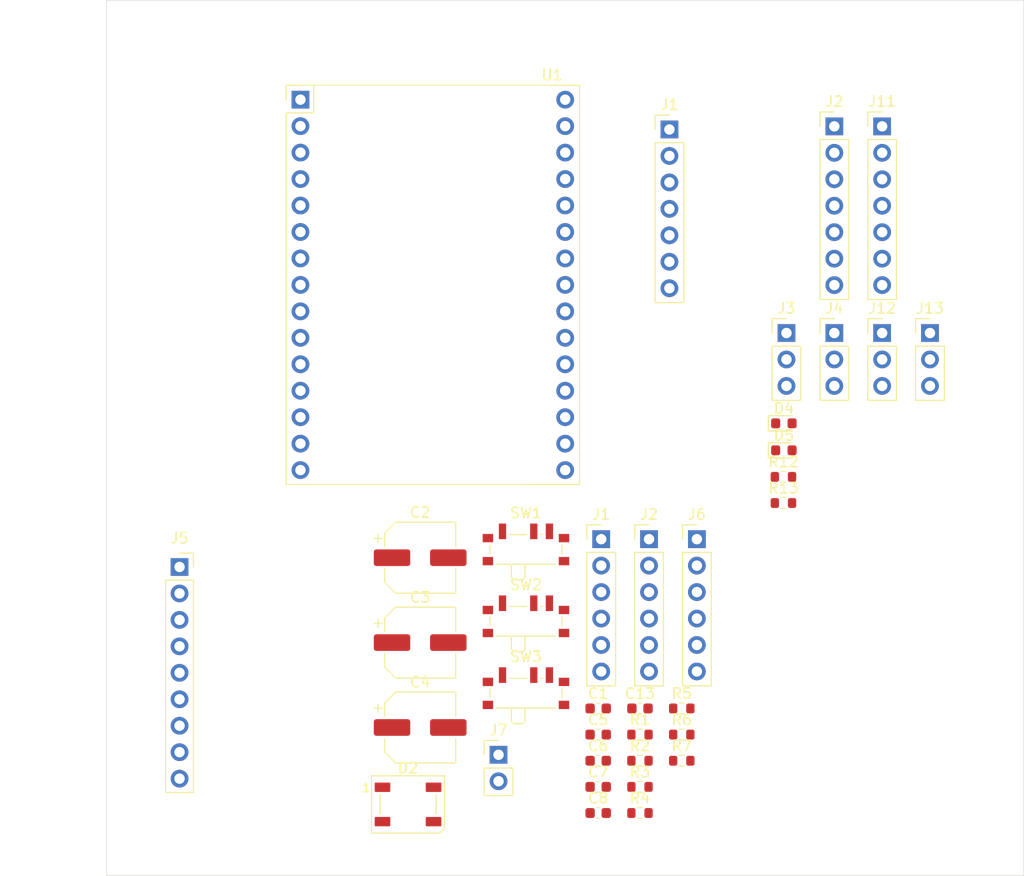
<source format=kicad_pcb>
(kicad_pcb (version 20241229) (generator "pcbnew") (generator_version "9.0")
  (layers (0 "F.Cu" signal) (2 "B.Cu" signal) (13 "F.Paste" user) (15 "B.Paste" user) (5 "F.SilkS" user "F.Silkscreen") (7 "B.SilkS" user "B.Silkscreen") (1 "F.Mask" user) (3 "B.Mask" user) (25 "Edge.Cuts" user))
  (net 0 "")
  (net 1 "GND")
  (net 2 "Net-(D4-A)")
  (net 3 "Net-(D5-A)")
  (net 4 "/SDA")
  (net 6 "/SCL")
  (net 7 "/3V3")
  (net 13 "/D18")
  (net 14 "/6V")
  (net 15 "/D19")
  (net 16 "/RX_ESP32")
  (net 17 "/DIN1")
  (net 18 "/TX_ESP32")
  (net 19 "/CIN1")
  (net 20 "/DIN2")
  (net 21 "/CIN2")
  (net 25 "/LED_IHM_1")
  (net 26 "/LED_IHM_2")
  (net 28 "Net-(D2-DIN)")
  (net 30 "/SERVO_1")
  (net 31 "/LPN2")
  (net 32 "/SERVO_3")
  (net 35 "/LPN3")
  (net 40 "/SERVO_2")
  (net 44 "/LPN1")
  (net 45 "/Tirette")
  (net 46 "/LED_IHM")
  (net 47 "/Switch_debug")
  (net 48 "/Switch_terrain")
  (net 49 "/Switch_mode")
  (footprint "Capacitor_SMD:CP_Elec_6.3x5.8" (layer "F.Cu") (at 109.085 106.49)
    (property "Reference" "C2" (at 0 -4.35 0) (layer "F.SilkS"))
    (property "Value" "100u")
    (fp_line (start -4.4375 -1.8475) (end -3.65 -1.8475) (stroke (width 0.12)) (layer "F.SilkS"))
    (fp_line (start -4.04375 -2.24125) (end -4.04375 -1.45375) (stroke (width 0.12)) (layer "F.SilkS"))
    (fp_line (start -3.41 -2.345563) (end -3.41 -1.06) (stroke (width 0.12)) (layer "F.SilkS"))
    (fp_line (start -3.41 -2.345563) (end -2.345563 -3.41) (stroke (width 0.12)) (layer "F.SilkS"))
    (fp_line (start -3.41 2.345563) (end -3.41 1.06) (stroke (width 0.12)) (layer "F.SilkS"))
    (fp_line (start -3.41 2.345563) (end -2.345563 3.41) (stroke (width 0.12)) (layer "F.SilkS"))
    (fp_line (start -2.345563 -3.41) (end 3.41 -3.41) (stroke (width 0.12)) (layer "F.SilkS"))
    (fp_line (start -2.345563 3.41) (end 3.41 3.41) (stroke (width 0.12)) (layer "F.SilkS"))
    (fp_line (start 3.41 -3.41) (end 3.41 -1.06) (stroke (width 0.12)) (layer "F.SilkS"))
    (fp_line (start 3.41 3.41) (end 3.41 1.06) (stroke (width 0.12)) (layer "F.SilkS"))
    (pad "1" smd roundrect (at -2.7 0) (size 3.5 1.6) (layers "F.Cu" "F.Mask" "F.Paste") (roundrect_rratio 0.15625) (net 14 "/6V"))
    (pad "2" smd roundrect (at 2.7 0) (size 3.5 1.6) (layers "F.Cu" "F.Mask" "F.Paste") (roundrect_rratio 0.15625) (net 1 "GND"))
  )
  (footprint "Capacitor_SMD:C_0603_1608Metric" (layer "F.Cu") (at 126.165 120.96)
    (property "Reference" "C1" (at 0 -1.43 0) (layer "F.SilkS"))
    (property "Value" "100n")
    (fp_line (start -0.14058 -0.51) (end 0.14058 -0.51) (stroke (width 0.12)) (layer "F.SilkS"))
    (fp_line (start -0.14058 0.51) (end 0.14058 0.51) (stroke (width 0.12)) (layer "F.SilkS"))
    (pad "1" smd roundrect (at -0.775 0) (size 0.9 0.95) (layers "F.Cu" "F.Mask" "F.Paste") (net 1 "GND"))
    (pad "2" smd roundrect (at 0.775 0) (size 0.9 0.95) (layers "F.Cu" "F.Mask" "F.Paste") (net 7 "/3V3"))
  )
  (footprint "Connector_PinHeader_2.54mm:PinHeader_1x07_P2.54mm_Vertical" (layer "F.Cu") (at 153.41 65.08)
    (property "Reference" "J11" (at 0 -2.38 0) (layer "F.SilkS"))
    (property "Value" "Capteur Matricielle")
    (fp_line (start -1.38 -1.38) (end 0 -1.38) (stroke (width 0.12)) (layer "F.SilkS"))
    (fp_line (start -1.38 0) (end -1.38 -1.38) (stroke (width 0.12)) (layer "F.SilkS"))
    (fp_line (start -1.38 1.27) (end -1.38 16.62) (stroke (width 0.12)) (layer "F.SilkS"))
    (fp_line (start -1.38 1.27) (end 1.38 1.27) (stroke (width 0.12)) (layer "F.SilkS"))
    (fp_line (start -1.38 16.62) (end 1.38 16.62) (stroke (width 0.12)) (layer "F.SilkS"))
    (fp_line (start 1.38 1.27) (end 1.38 16.62) (stroke (width 0.12)) (layer "F.SilkS"))
    (pad "1" thru_hole rect (at 0 0) (size 1.7 1.7) (drill 1) (layers "*.Cu" "*.Mask") (net 4 "/SDA"))
    (pad "2" thru_hole circle (at 0 2.54) (size 1.7 1.7) (drill 1) (layers "*.Cu" "*.Mask") (net 6 "/SCL"))
    (pad "3" thru_hole circle (at 0 5.08) (size 1.7 1.7) (drill 1) (layers "*.Cu" "*.Mask"))
    (pad "4" thru_hole circle (at 0 7.62) (size 1.7 1.7) (drill 1) (layers "*.Cu" "*.Mask"))
    (pad "5" thru_hole circle (at 0 10.16) (size 1.7 1.7) (drill 1) (layers "*.Cu" "*.Mask") (net 7 "/3V3"))
    (pad "6" thru_hole circle (at 0 12.7) (size 1.7 1.7) (drill 1) (layers "*.Cu" "*.Mask"))
    (pad "7" thru_hole circle (at 0 15.24) (size 1.7 1.7) (drill 1) (layers "*.Cu" "*.Mask") (net 1 "GND"))
  )
  (footprint "Connector_PinHeader_2.54mm:PinHeader_1x03_P2.54mm_Vertical" (layer "F.Cu") (at 144.23 84.92)
    (property "Reference" "J3" (at 0 -2.38 0) (layer "F.SilkS"))
    (property "Value" "SERVO m2")
    (fp_line (start -1.38 -1.38) (end 0 -1.38) (stroke (width 0.12)) (layer "F.SilkS"))
    (fp_line (start -1.38 0) (end -1.38 -1.38) (stroke (width 0.12)) (layer "F.SilkS"))
    (fp_line (start -1.38 1.27) (end -1.38 6.46) (stroke (width 0.12)) (layer "F.SilkS"))
    (fp_line (start -1.38 1.27) (end 1.38 1.27) (stroke (width 0.12)) (layer "F.SilkS"))
    (fp_line (start -1.38 6.46) (end 1.38 6.46) (stroke (width 0.12)) (layer "F.SilkS"))
    (fp_line (start 1.38 1.27) (end 1.38 6.46) (stroke (width 0.12)) (layer "F.SilkS"))
    (pad "1" thru_hole rect (at 0 0) (size 1.7 1.7) (drill 1) (layers "*.Cu" "*.Mask") (net 13 "/D18"))
    (pad "2" thru_hole circle (at 0 2.54) (size 1.7 1.7) (drill 1) (layers "*.Cu" "*.Mask") (net 14 "/6V"))
    (pad "3" thru_hole circle (at 0 5.08) (size 1.7 1.7) (drill 1) (layers "*.Cu" "*.Mask") (net 1 "GND"))
  )
  (footprint "LED_SMD:LED_WS2812B_PLCC4_5.0x5.0mm_P3.2mm" (layer "F.Cu") (at 107.92 130.175)
    (property "Reference" "D2" (at 0 -3.5 0) (layer "F.SilkS"))
    (property "Value" "WS2812B")
    (fp_line (start -3.5 -2.75) (end -3.5 2.75) (stroke (width 0.12)) (layer "F.SilkS"))
    (fp_line (start -3.5 -2.75) (end 3.5 -2.75) (stroke (width 0.12)) (layer "F.SilkS"))
    (fp_line (start -3.5 2.75) (end 3.05 2.75) (stroke (width 0.12)) (layer "F.SilkS"))
    (fp_line (start -2.7 0.9) (end -2.7 -0.9) (stroke (width 0.12)) (layer "F.SilkS"))
    (fp_line (start 2.7 0.9) (end 2.7 -0.9) (stroke (width 0.12)) (layer "F.SilkS"))
    (fp_line (start 3.05 2.75) (end 3.5 2.3) (stroke (width 0.12)) (layer "F.SilkS"))
    (fp_line (start 3.5 2.3) (end 3.5 -2.75) (stroke (width 0.12)) (layer "F.SilkS"))
    (fp_text user "1" (at -4 -1.6 0) (layer "F.SilkS") (effects (font (size 0.8 0.8))))
    (pad "1" smd roundrect (at -2.45 -1.65) (size 1.5 0.9) (layers "F.Cu" "F.Mask" "F.Paste") (roundrect_rratio 0.1) (net 7 "/3V3"))
    (pad "2" smd roundrect (at -2.45 1.65) (size 1.5 0.9) (layers "F.Cu" "F.Mask" "F.Paste") (roundrect_rratio 0.1))
    (pad "3" smd roundrect (at 2.45 1.65) (size 1.5 0.9) (layers "F.Cu" "F.Mask" "F.Paste") (roundrect_rratio 0.1) (net 1 "GND"))
    (pad "4" smd roundrect (at 2.45 -1.65) (size 1.5 0.9) (layers "F.Cu" "F.Mask" "F.Paste") (roundrect_rratio 0.1) (net 28 "Net-(D2-DIN)"))
  )
  (footprint "Button_Switch_SMD:SW_SPDT_PCM12" (layer "F.Cu") (at 119.235 105.39)
    (property "Reference" "SW1" (at 0 -3.2 0) (layer "F.SilkS"))
    (property "Value" "SW_SPDT")
    (fp_line (start -3.45 -0.07) (end -3.45 0.72) (stroke (width 0.12)) (layer "F.SilkS"))
    (fp_line (start -2.85 1.73) (end 2.85 1.73) (stroke (width 0.12)) (layer "F.SilkS"))
    (fp_line (start -1.6 -1.12) (end 0.1 -1.12) (stroke (width 0.12)) (layer "F.SilkS"))
    (fp_line (start -1.4 1.73) (end -1.4 3.02) (stroke (width 0.12)) (layer "F.SilkS"))
    (fp_line (start -1.4 3.02) (end -1.2 3.23) (stroke (width 0.12)) (layer "F.SilkS"))
    (fp_line (start -1.2 3.23) (end -0.3 3.23) (stroke (width 0.12)) (layer "F.SilkS"))
    (fp_line (start -0.1 3.02) (end -0.3 3.23) (stroke (width 0.12)) (layer "F.SilkS"))
    (fp_line (start -0.1 3.02) (end -0.1 1.73) (stroke (width 0.12)) (layer "F.SilkS"))
    (fp_line (start 1.4 -1.12) (end 1.6 -1.12) (stroke (width 0.12)) (layer "F.SilkS"))
    (fp_line (start 3.45 0.72) (end 3.45 -0.07) (stroke (width 0.12)) (layer "F.SilkS"))
    (pad "" smd rect (at -3.65 -0.78) (size 1 0.8) (layers "F.Cu" "F.Mask" "F.Paste"))
    (pad "" smd rect (at -3.65 1.43) (size 1 0.8) (layers "F.Cu" "F.Mask" "F.Paste"))
    (pad "" np_thru_hole circle (at -1.5 0.33) (size 0.9 0.9) (drill 0.9) (layers "*.Cu" "*.Mask"))
    (pad "" np_thru_hole circle (at 1.5 0.33) (size 0.9 0.9) (drill 0.9) (layers "*.Cu" "*.Mask"))
    (pad "" smd rect (at 3.65 -0.78) (size 1 0.8) (layers "F.Cu" "F.Mask" "F.Paste"))
    (pad "" smd rect (at 3.65 1.43) (size 1 0.8) (layers "F.Cu" "F.Mask" "F.Paste"))
    (pad "1" smd rect (at -2.25 -1.43) (size 0.7 1.5) (layers "F.Cu" "F.Mask" "F.Paste"))
    (pad "2" smd rect (at 0.75 -1.43) (size 0.7 1.5) (layers "F.Cu" "F.Mask" "F.Paste") (net 47 "/Switch_debug"))
    (pad "3" smd rect (at 2.25 -1.43) (size 0.7 1.5) (layers "F.Cu" "F.Mask" "F.Paste") (net 1 "GND"))
  )
  (footprint "Resistor_SMD:R_0603_1608Metric" (layer "F.Cu") (at 130.175 131)
    (property "Reference" "R4" (at 0 -1.43 0) (layer "F.SilkS"))
    (property "Value" "10k")
    (fp_line (start -0.237258 -0.5225) (end 0.237258 -0.5225) (stroke (width 0.12)) (layer "F.SilkS"))
    (fp_line (start -0.237258 0.5225) (end 0.237258 0.5225) (stroke (width 0.12)) (layer "F.SilkS"))
    (pad "1" smd roundrect (at -0.825 0) (size 0.8 0.95) (layers "F.Cu" "F.Mask" "F.Paste") (net 7 "/3V3"))
    (pad "2" smd roundrect (at 0.825 0) (size 0.8 0.95) (layers "F.Cu" "F.Mask" "F.Paste") (net 47 "/Switch_debug"))
  )
  (footprint "Library:PinHeader_2x15_P2.54mm_Vertical_esp32" (layer "F.Cu") (at 97.6 62.52)
    (property "Reference" "U1" (at 24.13 -2.38 0) (layer "F.SilkS"))
    (property "Value" "ESP32")
    (fp_line (start -1.38 -1.38) (end 0 -1.38) (stroke (width 0.12)) (layer "F.SilkS"))
    (fp_line (start -1.38 0) (end -1.38 -1.38) (stroke (width 0.12)) (layer "F.SilkS"))
    (fp_line (start -1.38 1.27) (end -1.38 36.94) (stroke (width 0.12)) (layer "F.SilkS"))
    (fp_line (start -1.38 1.27) (end 1.27 1.27) (stroke (width 0.12)) (layer "F.SilkS"))
    (fp_line (start 1.27 -1.38) (end 0 -1.38) (stroke (width 0.1)) (layer "F.SilkS"))
    (fp_line (start 1.27 1.27) (end 1.27 -1.38) (stroke (width 0.12)) (layer "F.SilkS"))
    (fp_line (start 21.48 36.94) (end -1.38 36.94) (stroke (width 0.1)) (layer "F.SilkS"))
    (fp_line (start 21.48 36.94) (end 26.78 36.94) (stroke (width 0.12)) (layer "F.SilkS"))
    (fp_line (start 24.13 -1.38) (end 1.27 -1.38) (stroke (width 0.1)) (layer "F.SilkS"))
    (fp_line (start 24.13 -1.38) (end 26.78 -1.38) (stroke (width 0.12)) (layer "F.SilkS"))
    (fp_line (start 26.78 -1.38) (end 26.78 36.94) (stroke (width 0.12)) (layer "F.SilkS"))
    (pad "1" thru_hole rect (at 0 0) (size 1.7 1.7) (drill 1) (layers "*.Cu" "*.Mask"))
    (pad "2" thru_hole circle (at 25.4 0) (size 1.7 1.7) (drill 1) (layers "*.Cu" "*.Mask") (net 1 "GND"))
    (pad "3" thru_hole circle (at 0 2.54) (size 1.7 1.7) (drill 1) (layers "*.Cu" "*.Mask"))
    (pad "4" thru_hole circle (at 25.4 2.54) (size 1.7 1.7) (drill 1) (layers "*.Cu" "*.Mask"))
    (pad "5" thru_hole circle (at 0 5.08) (size 1.7 1.7) (drill 1) (layers "*.Cu" "*.Mask") (net 46 "/LED_IHM"))
    (pad "6" thru_hole circle (at 25.4 5.08) (size 1.7 1.7) (drill 1) (layers "*.Cu" "*.Mask") (net 32 "/SERVO_3"))
    (pad "7" thru_hole circle (at 0 7.62) (size 1.7 1.7) (drill 1) (layers "*.Cu" "*.Mask") (net 20 "/DIN2"))
    (pad "8" thru_hole circle (at 25.4 7.62) (size 1.7 1.7) (drill 1) (layers "*.Cu" "*.Mask") (net 17 "/DIN1"))
    (pad "9" thru_hole circle (at 0 10.16) (size 1.7 1.7) (drill 1) (layers "*.Cu" "*.Mask") (net 21 "/CIN2"))
    (pad "10" thru_hole circle (at 25.4 10.16) (size 1.7 1.7) (drill 1) (layers "*.Cu" "*.Mask") (net 19 "/CIN1"))
    (pad "11" thru_hole circle (at 0 12.7) (size 1.7 1.7) (drill 1) (layers "*.Cu" "*.Mask") (net 48 "/Switch_terrain"))
    (pad "12" thru_hole circle (at 25.4 12.7) (size 1.7 1.7) (drill 1) (layers "*.Cu" "*.Mask") (net 49 "/Switch_mode"))
    (pad "13" thru_hole circle (at 0 15.24) (size 1.7 1.7) (drill 1) (layers "*.Cu" "*.Mask") (net 45 "/Tirette"))
    (pad "14" thru_hole circle (at 25.4 15.24) (size 1.7 1.7) (drill 1) (layers "*.Cu" "*.Mask") (net 47 "/Switch_debug"))
    (pad "15" thru_hole circle (at 0 17.78) (size 1.7 1.7) (drill 1) (layers "*.Cu" "*.Mask"))
    (pad "16" thru_hole circle (at 25.4 17.78) (size 1.7 1.7) (drill 1) (layers "*.Cu" "*.Mask") (net 7 "/3V3"))
    (pad "17" thru_hole circle (at 0 20.32) (size 1.7 1.7) (drill 1) (layers "*.Cu" "*.Mask") (net 1 "GND"))
    (pad "18" thru_hole circle (at 25.4 20.32) (size 1.7 1.7) (drill 1) (layers "*.Cu" "*.Mask") (net 40 "/SERVO_2"))
    (pad "19" thru_hole circle (at 0 22.86) (size 1.7 1.7) (drill 1) (layers "*.Cu" "*.Mask"))
    (pad "20" thru_hole circle (at 25.4 22.86) (size 1.7 1.7) (drill 1) (layers "*.Cu" "*.Mask") (net 31 "/LPN2"))
    (pad "21" thru_hole circle (at 0 25.4) (size 1.7 1.7) (drill 1) (layers "*.Cu" "*.Mask") (net 16 "/RX_ESP32"))
    (pad "22" thru_hole circle (at 25.4 25.4) (size 1.7 1.7) (drill 1) (layers "*.Cu" "*.Mask") (net 18 "/TX_ESP32"))
    (pad "23" thru_hole circle (at 0 27.94) (size 1.7 1.7) (drill 1) (layers "*.Cu" "*.Mask"))
    (pad "24" thru_hole circle (at 25.4 27.94) (size 1.7 1.7) (drill 1) (layers "*.Cu" "*.Mask") (net 35 "/LPN3"))
    (pad "25" thru_hole circle (at 0 30.48) (size 1.7 1.7) (drill 1) (layers "*.Cu" "*.Mask") (net 30 "/SERVO_1"))
    (pad "26" thru_hole circle (at 25.4 30.48) (size 1.7 1.7) (drill 1) (layers "*.Cu" "*.Mask") (net 4 "/SDA"))
    (pad "27" thru_hole circle (at 0 33.02) (size 1.7 1.7) (drill 1) (layers "*.Cu" "*.Mask"))
    (pad "28" thru_hole circle (at 25.4 33.02) (size 1.7 1.7) (drill 1) (layers "*.Cu" "*.Mask"))
    (pad "29" thru_hole circle (at 0 35.56) (size 1.7 1.7) (drill 1) (layers "*.Cu" "*.Mask") (net 6 "/SCL"))
    (pad "30" thru_hole circle (at 25.4 35.56) (size 1.7 1.7) (drill 1) (layers "*.Cu" "*.Mask") (net 44 "/LPN1"))
  )
  (footprint "Connector_PinHeader_2.54mm:PinHeader_1x06_P2.54mm_Vertical" (layer "F.Cu") (at 126.455 104.71)
    (property "Reference" "J1" (at 0 -2.38 0) (layer "F.SilkS"))
    (property "Value" "TOF 2")
    (fp_line (start -1.38 -1.38) (end 0 -1.38) (stroke (width 0.12)) (layer "F.SilkS"))
    (fp_line (start -1.38 0) (end -1.38 -1.38) (stroke (width 0.12)) (layer "F.SilkS"))
    (fp_line (start -1.38 1.27) (end -1.38 14.08) (stroke (width 0.12)) (layer "F.SilkS"))
    (fp_line (start -1.38 1.27) (end 1.38 1.27) (stroke (width 0.12)) (layer "F.SilkS"))
    (fp_line (start -1.38 14.08) (end 1.38 14.08) (stroke (width 0.12)) (layer "F.SilkS"))
    (fp_line (start 1.38 1.27) (end 1.38 14.08) (stroke (width 0.12)) (layer "F.SilkS"))
    (pad "1" thru_hole rect (at 0 0) (size 1.7 1.7) (drill 1) (layers "*.Cu" "*.Mask") (net 7 "/3V3"))
    (pad "2" thru_hole circle (at 0 2.54) (size 1.7 1.7) (drill 1) (layers "*.Cu" "*.Mask") (net 1 "GND"))
    (pad "3" thru_hole circle (at 0 5.08) (size 1.7 1.7) (drill 1) (layers "*.Cu" "*.Mask") (net 6 "/SCL"))
    (pad "4" thru_hole circle (at 0 7.62) (size 1.7 1.7) (drill 1) (layers "*.Cu" "*.Mask") (net 4 "/SDA"))
    (pad "5" thru_hole circle (at 0 10.16) (size 1.7 1.7) (drill 1) (layers "*.Cu" "*.Mask"))
    (pad "6" thru_hole circle (at 0 12.7) (size 1.7 1.7) (drill 1) (layers "*.Cu" "*.Mask") (net 31 "/LPN2"))
  )
  (footprint "Resistor_SMD:R_0603_1608Metric" (layer "F.Cu") (at 130.175 123.47)
    (property "Reference" "R1" (at 0 -1.43 0) (layer "F.SilkS"))
    (property "Value" "2.2k")
    (fp_line (start -0.237258 -0.5225) (end 0.237258 -0.5225) (stroke (width 0.12)) (layer "F.SilkS"))
    (fp_line (start -0.237258 0.5225) (end 0.237258 0.5225) (stroke (width 0.12)) (layer "F.SilkS"))
    (pad "1" smd roundrect (at -0.825 0) (size 0.8 0.95) (layers "F.Cu" "F.Mask" "F.Paste") (net 7 "/3V3"))
    (pad "2" smd roundrect (at 0.825 0) (size 0.8 0.95) (layers "F.Cu" "F.Mask" "F.Paste") (net 6 "/SCL"))
  )
  (footprint "Capacitor_SMD:C_0603_1608Metric" (layer "F.Cu") (at 130.175 120.96)
    (property "Reference" "C13" (at 0 -1.43 0) (layer "F.SilkS"))
    (property "Value" "100n")
    (fp_line (start -0.14058 -0.51) (end 0.14058 -0.51) (stroke (width 0.12)) (layer "F.SilkS"))
    (fp_line (start -0.14058 0.51) (end 0.14058 0.51) (stroke (width 0.12)) (layer "F.SilkS"))
    (pad "1" smd roundrect (at -0.775 0) (size 0.9 0.95) (layers "F.Cu" "F.Mask" "F.Paste") (net 7 "/3V3"))
    (pad "2" smd roundrect (at 0.775 0) (size 0.9 0.95) (layers "F.Cu" "F.Mask" "F.Paste") (net 1 "GND"))
  )
  (footprint "Connector_PinHeader_2.54mm:PinHeader_1x03_P2.54mm_Vertical" (layer "F.Cu") (at 148.82 84.92)
    (property "Reference" "J4" (at 0 -2.38 0) (layer "F.SilkS"))
    (property "Value" "SERVO m1")
    (fp_line (start -1.38 -1.38) (end 0 -1.38) (stroke (width 0.12)) (layer "F.SilkS"))
    (fp_line (start -1.38 0) (end -1.38 -1.38) (stroke (width 0.12)) (layer "F.SilkS"))
    (fp_line (start -1.38 1.27) (end -1.38 6.46) (stroke (width 0.12)) (layer "F.SilkS"))
    (fp_line (start -1.38 1.27) (end 1.38 1.27) (stroke (width 0.12)) (layer "F.SilkS"))
    (fp_line (start -1.38 6.46) (end 1.38 6.46) (stroke (width 0.12)) (layer "F.SilkS"))
    (fp_line (start 1.38 1.27) (end 1.38 6.46) (stroke (width 0.12)) (layer "F.SilkS"))
    (pad "1" thru_hole rect (at 0 0) (size 1.7 1.7) (drill 1) (layers "*.Cu" "*.Mask") (net 15 "/D19"))
    (pad "2" thru_hole circle (at 0 2.54) (size 1.7 1.7) (drill 1) (layers "*.Cu" "*.Mask") (net 14 "/6V"))
    (pad "3" thru_hole circle (at 0 5.08) (size 1.7 1.7) (drill 1) (layers "*.Cu" "*.Mask") (net 1 "GND"))
  )
  (footprint "Connector_PinHeader_2.54mm:PinHeader_1x06_P2.54mm_Vertical" (layer "F.Cu") (at 135.635 104.71)
    (property "Reference" "J6" (at 0 -2.38 0) (layer "F.SilkS"))
    (property "Value" "TOF 1")
    (fp_line (start -1.38 -1.38) (end 0 -1.38) (stroke (width 0.12)) (layer "F.SilkS"))
    (fp_line (start -1.38 0) (end -1.38 -1.38) (stroke (width 0.12)) (layer "F.SilkS"))
    (fp_line (start -1.38 1.27) (end -1.38 14.08) (stroke (width 0.12)) (layer "F.SilkS"))
    (fp_line (start -1.38 1.27) (end 1.38 1.27) (stroke (width 0.12)) (layer "F.SilkS"))
    (fp_line (start -1.38 14.08) (end 1.38 14.08) (stroke (width 0.12)) (layer "F.SilkS"))
    (fp_line (start 1.38 1.27) (end 1.38 14.08) (stroke (width 0.12)) (layer "F.SilkS"))
    (pad "1" thru_hole rect (at 0 0) (size 1.7 1.7) (drill 1) (layers "*.Cu" "*.Mask") (net 7 "/3V3"))
    (pad "2" thru_hole circle (at 0 2.54) (size 1.7 1.7) (drill 1) (layers "*.Cu" "*.Mask") (net 1 "GND"))
    (pad "3" thru_hole circle (at 0 5.08) (size 1.7 1.7) (drill 1) (layers "*.Cu" "*.Mask") (net 6 "/SCL"))
    (pad "4" thru_hole circle (at 0 7.62) (size 1.7 1.7) (drill 1) (layers "*.Cu" "*.Mask") (net 4 "/SDA"))
    (pad "5" thru_hole circle (at 0 10.16) (size 1.7 1.7) (drill 1) (layers "*.Cu" "*.Mask"))
    (pad "6" thru_hole circle (at 0 12.7) (size 1.7 1.7) (drill 1) (layers "*.Cu" "*.Mask") (net 44 "/LPN1"))
  )
  (footprint "Button_Switch_SMD:SW_SPDT_PCM12" (layer "F.Cu") (at 119.235 119.19)
    (property "Reference" "SW3" (at 0 -3.2 0) (layer "F.SilkS"))
    (property "Value" "SW_SPDT")
    (fp_line (start -3.45 -0.07) (end -3.45 0.72) (stroke (width 0.12)) (layer "F.SilkS"))
    (fp_line (start -2.85 1.73) (end 2.85 1.73) (stroke (width 0.12)) (layer "F.SilkS"))
    (fp_line (start -1.6 -1.12) (end 0.1 -1.12) (stroke (width 0.12)) (layer "F.SilkS"))
    (fp_line (start -1.4 1.73) (end -1.4 3.02) (stroke (width 0.12)) (layer "F.SilkS"))
    (fp_line (start -1.4 3.02) (end -1.2 3.23) (stroke (width 0.12)) (layer "F.SilkS"))
    (fp_line (start -1.2 3.23) (end -0.3 3.23) (stroke (width 0.12)) (layer "F.SilkS"))
    (fp_line (start -0.1 3.02) (end -0.3 3.23) (stroke (width 0.12)) (layer "F.SilkS"))
    (fp_line (start -0.1 3.02) (end -0.1 1.73) (stroke (width 0.12)) (layer "F.SilkS"))
    (fp_line (start 1.4 -1.12) (end 1.6 -1.12) (stroke (width 0.12)) (layer "F.SilkS"))
    (fp_line (start 3.45 0.72) (end 3.45 -0.07) (stroke (width 0.12)) (layer "F.SilkS"))
    (pad "" smd rect (at -3.65 -0.78) (size 1 0.8) (layers "F.Cu" "F.Mask" "F.Paste"))
    (pad "" smd rect (at -3.65 1.43) (size 1 0.8) (layers "F.Cu" "F.Mask" "F.Paste"))
    (pad "" np_thru_hole circle (at -1.5 0.33) (size 0.9 0.9) (drill 0.9) (layers "*.Cu" "*.Mask"))
    (pad "" np_thru_hole circle (at 1.5 0.33) (size 0.9 0.9) (drill 0.9) (layers "*.Cu" "*.Mask"))
    (pad "" smd rect (at 3.65 -0.78) (size 1 0.8) (layers "F.Cu" "F.Mask" "F.Paste"))
    (pad "" smd rect (at 3.65 1.43) (size 1 0.8) (layers "F.Cu" "F.Mask" "F.Paste"))
    (pad "1" smd rect (at -2.25 -1.43) (size 0.7 1.5) (layers "F.Cu" "F.Mask" "F.Paste"))
    (pad "2" smd rect (at 0.75 -1.43) (size 0.7 1.5) (layers "F.Cu" "F.Mask" "F.Paste") (net 49 "/Switch_mode"))
    (pad "3" smd rect (at 2.25 -1.43) (size 0.7 1.5) (layers "F.Cu" "F.Mask" "F.Paste") (net 1 "GND"))
  )
  (footprint "Resistor_SMD:R_0603_1608Metric" (layer "F.Cu") (at 130.175 128.49)
    (property "Reference" "R3" (at 0 -1.43 0) (layer "F.SilkS"))
    (property "Value" "470R")
    (fp_line (start -0.237258 -0.5225) (end 0.237258 -0.5225) (stroke (width 0.12)) (layer "F.SilkS"))
    (fp_line (start -0.237258 0.5225) (end 0.237258 0.5225) (stroke (width 0.12)) (layer "F.SilkS"))
    (pad "1" smd roundrect (at -0.825 0) (size 0.8 0.95) (layers "F.Cu" "F.Mask" "F.Paste") (net 46 "/LED_IHM"))
    (pad "2" smd roundrect (at 0.825 0) (size 0.8 0.95) (layers "F.Cu" "F.Mask" "F.Paste") (net 28 "Net-(D2-DIN)"))
  )
  (footprint "Capacitor_SMD:CP_Elec_6.3x5.8" (layer "F.Cu") (at 109.085 122.79)
    (property "Reference" "C4" (at 0 -4.35 0) (layer "F.SilkS"))
    (property "Value" "100u")
    (fp_line (start -4.4375 -1.8475) (end -3.65 -1.8475) (stroke (width 0.12)) (layer "F.SilkS"))
    (fp_line (start -4.04375 -2.24125) (end -4.04375 -1.45375) (stroke (width 0.12)) (layer "F.SilkS"))
    (fp_line (start -3.41 -2.345563) (end -3.41 -1.06) (stroke (width 0.12)) (layer "F.SilkS"))
    (fp_line (start -3.41 -2.345563) (end -2.345563 -3.41) (stroke (width 0.12)) (layer "F.SilkS"))
    (fp_line (start -3.41 2.345563) (end -3.41 1.06) (stroke (width 0.12)) (layer "F.SilkS"))
    (fp_line (start -3.41 2.345563) (end -2.345563 3.41) (stroke (width 0.12)) (layer "F.SilkS"))
    (fp_line (start -2.345563 -3.41) (end 3.41 -3.41) (stroke (width 0.12)) (layer "F.SilkS"))
    (fp_line (start -2.345563 3.41) (end 3.41 3.41) (stroke (width 0.12)) (layer "F.SilkS"))
    (fp_line (start 3.41 -3.41) (end 3.41 -1.06) (stroke (width 0.12)) (layer "F.SilkS"))
    (fp_line (start 3.41 3.41) (end 3.41 1.06) (stroke (width 0.12)) (layer "F.SilkS"))
    (pad "1" smd roundrect (at -2.7 0) (size 3.5 1.6) (layers "F.Cu" "F.Mask" "F.Paste") (roundrect_rratio 0.15625) (net 14 "/6V"))
    (pad "2" smd roundrect (at 2.7 0) (size 3.5 1.6) (layers "F.Cu" "F.Mask" "F.Paste") (roundrect_rratio 0.15625) (net 1 "GND"))
  )
  (footprint "Resistor_SMD:R_0603_1608Metric" (layer "F.Cu") (at 130.175 125.98)
    (property "Reference" "R2" (at 0 -1.43 0) (layer "F.SilkS"))
    (property "Value" "2.2k")
    (fp_line (start -0.237258 -0.5225) (end 0.237258 -0.5225) (stroke (width 0.12)) (layer "F.SilkS"))
    (fp_line (start -0.237258 0.5225) (end 0.237258 0.5225) (stroke (width 0.12)) (layer "F.SilkS"))
    (pad "1" smd roundrect (at -0.825 0) (size 0.8 0.95) (layers "F.Cu" "F.Mask" "F.Paste") (net 4 "/SDA"))
    (pad "2" smd roundrect (at 0.825 0) (size 0.8 0.95) (layers "F.Cu" "F.Mask" "F.Paste") (net 7 "/3V3"))
  )
  (footprint "Resistor_SMD:R_0603_1608Metric" (layer "F.Cu") (at 143.94 101.24)
    (property "Reference" "R13" (at 0 -1.43 0) (layer "F.SilkS"))
    (property "Value" "330R")
    (fp_line (start -0.237258 -0.5225) (end 0.237258 -0.5225) (stroke (width 0.12)) (layer "F.SilkS"))
    (fp_line (start -0.237258 0.5225) (end 0.237258 0.5225) (stroke (width 0.12)) (layer "F.SilkS"))
    (pad "1" smd roundrect (at -0.825 0) (size 0.8 0.95) (layers "F.Cu" "F.Mask" "F.Paste") (net 26 "/LED_IHM_2"))
    (pad "2" smd roundrect (at 0.825 0) (size 0.8 0.95) (layers "F.Cu" "F.Mask" "F.Paste") (net 3 "Net-(D5-A)"))
  )
  (footprint "Connector_PinHeader_2.54mm:PinHeader_1x03_P2.54mm_Vertical" (layer "F.Cu") (at 158 84.92)
    (property "Reference" "J13" (at 0 -2.38 0) (layer "F.SilkS"))
    (property "Value" "SERVO m4")
    (fp_line (start -1.38 -1.38) (end 0 -1.38) (stroke (width 0.12)) (layer "F.SilkS"))
    (fp_line (start -1.38 0) (end -1.38 -1.38) (stroke (width 0.12)) (layer "F.SilkS"))
    (fp_line (start -1.38 1.27) (end -1.38 6.46) (stroke (width 0.12)) (layer "F.SilkS"))
    (fp_line (start -1.38 1.27) (end 1.38 1.27) (stroke (width 0.12)) (layer "F.SilkS"))
    (fp_line (start -1.38 6.46) (end 1.38 6.46) (stroke (width 0.12)) (layer "F.SilkS"))
    (fp_line (start 1.38 1.27) (end 1.38 6.46) (stroke (width 0.12)) (layer "F.SilkS"))
    (pad "1" thru_hole rect (at 0 0) (size 1.7 1.7) (drill 1) (layers "*.Cu" "*.Mask") (net 15 "/D19"))
    (pad "2" thru_hole circle (at 0 2.54) (size 1.7 1.7) (drill 1) (layers "*.Cu" "*.Mask") (net 14 "/6V"))
    (pad "3" thru_hole circle (at 0 5.08) (size 1.7 1.7) (drill 1) (layers "*.Cu" "*.Mask") (net 1 "GND"))
  )
  (footprint "Resistor_SMD:R_0603_1608Metric" (layer "F.Cu") (at 143.94 98.73)
    (property "Reference" "R12" (at 0 -1.43 0) (layer "F.SilkS"))
    (property "Value" "330R")
    (fp_line (start -0.237258 -0.5225) (end 0.237258 -0.5225) (stroke (width 0.12)) (layer "F.SilkS"))
    (fp_line (start -0.237258 0.5225) (end 0.237258 0.5225) (stroke (width 0.12)) (layer "F.SilkS"))
    (pad "1" smd roundrect (at -0.825 0) (size 0.8 0.95) (layers "F.Cu" "F.Mask" "F.Paste") (net 25 "/LED_IHM_1"))
    (pad "2" smd roundrect (at 0.825 0) (size 0.8 0.95) (layers "F.Cu" "F.Mask" "F.Paste") (net 2 "Net-(D4-A)"))
  )
  (footprint "Capacitor_SMD:C_0603_1608Metric" (layer "F.Cu") (at 126.165 131)
    (property "Reference" "C8" (at 0 -1.43 0) (layer "F.SilkS"))
    (property "Value" "100n")
    (fp_line (start -0.14058 -0.51) (end 0.14058 -0.51) (stroke (width 0.12)) (layer "F.SilkS"))
    (fp_line (start -0.14058 0.51) (end 0.14058 0.51) (stroke (width 0.12)) (layer "F.SilkS"))
    (pad "1" smd roundrect (at -0.775 0) (size 0.9 0.95) (layers "F.Cu" "F.Mask" "F.Paste") (net 7 "/3V3"))
    (pad "2" smd roundrect (at 0.775 0) (size 0.9 0.95) (layers "F.Cu" "F.Mask" "F.Paste") (net 1 "GND"))
  )
  (footprint "Connector_PinHeader_2.54mm:PinHeader_1x02_P2.54mm_Vertical" (layer "F.Cu") (at 116.605 125.41)
    (property "Reference" "J7" (at 0 -2.38 0) (layer "F.SilkS"))
    (property "Value" "Conn_01x02")
    (fp_line (start -1.38 -1.38) (end 0 -1.38) (stroke (width 0.12)) (layer "F.SilkS"))
    (fp_line (start -1.38 0) (end -1.38 -1.38) (stroke (width 0.12)) (layer "F.SilkS"))
    (fp_line (start -1.38 1.27) (end -1.38 3.92) (stroke (width 0.12)) (layer "F.SilkS"))
    (fp_line (start -1.38 1.27) (end 1.38 1.27) (stroke (width 0.12)) (layer "F.SilkS"))
    (fp_line (start -1.38 3.92) (end 1.38 3.92) (stroke (width 0.12)) (layer "F.SilkS"))
    (fp_line (start 1.38 1.27) (end 1.38 3.92) (stroke (width 0.12)) (layer "F.SilkS"))
    (pad "1" thru_hole rect (at 0 0) (size 1.7 1.7) (drill 1) (layers "*.Cu" "*.Mask") (net 1 "GND"))
    (pad "2" thru_hole circle (at 0 2.54) (size 1.7 1.7) (drill 1) (layers "*.Cu" "*.Mask") (net 45 "/Tirette"))
  )
  (footprint "Connector_PinHeader_2.54mm:PinHeader_1x07_P2.54mm_Vertical" (layer "F.Cu") (at 133 65.38)
    (property "Reference" "J1" (at 0 -2.38 0) (layer "F.SilkS"))
    (property "Value" "Capteur Matricielle")
    (fp_line (start -1.38 -1.38) (end 0 -1.38) (stroke (width 0.12)) (layer "F.SilkS"))
    (fp_line (start -1.38 0) (end -1.38 -1.38) (stroke (width 0.12)) (layer "F.SilkS"))
    (fp_line (start -1.38 1.27) (end -1.38 16.62) (stroke (width 0.12)) (layer "F.SilkS"))
    (fp_line (start -1.38 1.27) (end 1.38 1.27) (stroke (width 0.12)) (layer "F.SilkS"))
    (fp_line (start -1.38 16.62) (end 1.38 16.62) (stroke (width 0.12)) (layer "F.SilkS"))
    (fp_line (start 1.38 1.27) (end 1.38 16.62) (stroke (width 0.12)) (layer "F.SilkS"))
    (pad "1" thru_hole rect (at 0 0) (size 1.7 1.7) (drill 1) (layers "*.Cu" "*.Mask") (net 4 "/SDA"))
    (pad "2" thru_hole circle (at 0 2.54) (size 1.7 1.7) (drill 1) (layers "*.Cu" "*.Mask") (net 6 "/SCL"))
    (pad "3" thru_hole circle (at 0 5.08) (size 1.7 1.7) (drill 1) (layers "*.Cu" "*.Mask"))
    (pad "4" thru_hole circle (at 0 7.62) (size 1.7 1.7) (drill 1) (layers "*.Cu" "*.Mask"))
    (pad "5" thru_hole circle (at 0 10.16) (size 1.7 1.7) (drill 1) (layers "*.Cu" "*.Mask") (net 7 "/3V3"))
    (pad "6" thru_hole circle (at 0 12.7) (size 1.7 1.7) (drill 1) (layers "*.Cu" "*.Mask"))
    (pad "7" thru_hole circle (at 0 15.24) (size 1.7 1.7) (drill 1) (layers "*.Cu" "*.Mask") (net 1 "GND"))
  )
  (footprint "Button_Switch_SMD:SW_SPDT_PCM12" (layer "F.Cu") (at 119.235 112.29)
    (property "Reference" "SW2" (at 0 -3.2 0) (layer "F.SilkS"))
    (property "Value" "SW_SPDT")
    (fp_line (start -3.45 -0.07) (end -3.45 0.72) (stroke (width 0.12)) (layer "F.SilkS"))
    (fp_line (start -2.85 1.73) (end 2.85 1.73) (stroke (width 0.12)) (layer "F.SilkS"))
    (fp_line (start -1.6 -1.12) (end 0.1 -1.12) (stroke (width 0.12)) (layer "F.SilkS"))
    (fp_line (start -1.4 1.73) (end -1.4 3.02) (stroke (width 0.12)) (layer "F.SilkS"))
    (fp_line (start -1.4 3.02) (end -1.2 3.23) (stroke (width 0.12)) (layer "F.SilkS"))
    (fp_line (start -1.2 3.23) (end -0.3 3.23) (stroke (width 0.12)) (layer "F.SilkS"))
    (fp_line (start -0.1 3.02) (end -0.3 3.23) (stroke (width 0.12)) (layer "F.SilkS"))
    (fp_line (start -0.1 3.02) (end -0.1 1.73) (stroke (width 0.12)) (layer "F.SilkS"))
    (fp_line (start 1.4 -1.12) (end 1.6 -1.12) (stroke (width 0.12)) (layer "F.SilkS"))
    (fp_line (start 3.45 0.72) (end 3.45 -0.07) (stroke (width 0.12)) (layer "F.SilkS"))
    (pad "" smd rect (at -3.65 -0.78) (size 1 0.8) (layers "F.Cu" "F.Mask" "F.Paste"))
    (pad "" smd rect (at -3.65 1.43) (size 1 0.8) (layers "F.Cu" "F.Mask" "F.Paste"))
    (pad "" np_thru_hole circle (at -1.5 0.33) (size 0.9 0.9) (drill 0.9) (layers "*.Cu" "*.Mask"))
    (pad "" np_thru_hole circle (at 1.5 0.33) (size 0.9 0.9) (drill 0.9) (layers "*.Cu" "*.Mask"))
    (pad "" smd rect (at 3.65 -0.78) (size 1 0.8) (layers "F.Cu" "F.Mask" "F.Paste"))
    (pad "" smd rect (at 3.65 1.43) (size 1 0.8) (layers "F.Cu" "F.Mask" "F.Paste"))
    (pad "1" smd rect (at -2.25 -1.43) (size 0.7 1.5) (layers "F.Cu" "F.Mask" "F.Paste"))
    (pad "2" smd rect (at 0.75 -1.43) (size 0.7 1.5) (layers "F.Cu" "F.Mask" "F.Paste") (net 48 "/Switch_terrain"))
    (pad "3" smd rect (at 2.25 -1.43) (size 0.7 1.5) (layers "F.Cu" "F.Mask" "F.Paste") (net 1 "GND"))
  )
  (footprint "Connector_PinHeader_2.54mm:PinHeader_1x06_P2.54mm_Vertical" (layer "F.Cu") (at 131.045 104.71)
    (property "Reference" "J2" (at 0 -2.38 0) (layer "F.SilkS"))
    (property "Value" "TOF 3")
    (fp_line (start -1.38 -1.38) (end 0 -1.38) (stroke (width 0.12)) (layer "F.SilkS"))
    (fp_line (start -1.38 0) (end -1.38 -1.38) (stroke (width 0.12)) (layer "F.SilkS"))
    (fp_line (start -1.38 1.27) (end -1.38 14.08) (stroke (width 0.12)) (layer "F.SilkS"))
    (fp_line (start -1.38 1.27) (end 1.38 1.27) (stroke (width 0.12)) (layer "F.SilkS"))
    (fp_line (start -1.38 14.08) (end 1.38 14.08) (stroke (width 0.12)) (layer "F.SilkS"))
    (fp_line (start 1.38 1.27) (end 1.38 14.08) (stroke (width 0.12)) (layer "F.SilkS"))
    (pad "1" thru_hole rect (at 0 0) (size 1.7 1.7) (drill 1) (layers "*.Cu" "*.Mask") (net 7 "/3V3"))
    (pad "2" thru_hole circle (at 0 2.54) (size 1.7 1.7) (drill 1) (layers "*.Cu" "*.Mask") (net 1 "GND"))
    (pad "3" thru_hole circle (at 0 5.08) (size 1.7 1.7) (drill 1) (layers "*.Cu" "*.Mask") (net 6 "/SCL"))
    (pad "4" thru_hole circle (at 0 7.62) (size 1.7 1.7) (drill 1) (layers "*.Cu" "*.Mask") (net 4 "/SDA"))
    (pad "5" thru_hole circle (at 0 10.16) (size 1.7 1.7) (drill 1) (layers "*.Cu" "*.Mask"))
    (pad "6" thru_hole circle (at 0 12.7) (size 1.7 1.7) (drill 1) (layers "*.Cu" "*.Mask") (net 35 "/LPN3"))
  )
  (footprint "Connector_PinHeader_2.54mm:PinHeader_1x07_P2.54mm_Vertical" (layer "F.Cu") (at 148.82 65.08)
    (property "Reference" "J2" (at 0 -2.38 0) (layer "F.SilkS"))
    (property "Value" "Capteur Matricielle")
    (fp_line (start -1.38 -1.38) (end 0 -1.38) (stroke (width 0.12)) (layer "F.SilkS"))
    (fp_line (start -1.38 0) (end -1.38 -1.38) (stroke (width 0.12)) (layer "F.SilkS"))
    (fp_line (start -1.38 1.27) (end -1.38 16.62) (stroke (width 0.12)) (layer "F.SilkS"))
    (fp_line (start -1.38 1.27) (end 1.38 1.27) (stroke (width 0.12)) (layer "F.SilkS"))
    (fp_line (start -1.38 16.62) (end 1.38 16.62) (stroke (width 0.12)) (layer "F.SilkS"))
    (fp_line (start 1.38 1.27) (end 1.38 16.62) (stroke (width 0.12)) (layer "F.SilkS"))
    (pad "1" thru_hole rect (at 0 0) (size 1.7 1.7) (drill 1) (layers "*.Cu" "*.Mask") (net 4 "/SDA"))
    (pad "2" thru_hole circle (at 0 2.54) (size 1.7 1.7) (drill 1) (layers "*.Cu" "*.Mask") (net 6 "/SCL"))
    (pad "3" thru_hole circle (at 0 5.08) (size 1.7 1.7) (drill 1) (layers "*.Cu" "*.Mask"))
    (pad "4" thru_hole circle (at 0 7.62) (size 1.7 1.7) (drill 1) (layers "*.Cu" "*.Mask"))
    (pad "5" thru_hole circle (at 0 10.16) (size 1.7 1.7) (drill 1) (layers "*.Cu" "*.Mask") (net 7 "/3V3"))
    (pad "6" thru_hole circle (at 0 12.7) (size 1.7 1.7) (drill 1) (layers "*.Cu" "*.Mask"))
    (pad "7" thru_hole circle (at 0 15.24) (size 1.7 1.7) (drill 1) (layers "*.Cu" "*.Mask") (net 1 "GND"))
  )
  (footprint "Capacitor_SMD:C_0603_1608Metric" (layer "F.Cu") (at 126.165 125.98)
    (property "Reference" "C6" (at 0 -1.43 0) (layer "F.SilkS"))
    (property "Value" "100n")
    (fp_line (start -0.14058 -0.51) (end 0.14058 -0.51) (stroke (width 0.12)) (layer "F.SilkS"))
    (fp_line (start -0.14058 0.51) (end 0.14058 0.51) (stroke (width 0.12)) (layer "F.SilkS"))
    (pad "1" smd roundrect (at -0.775 0) (size 0.9 0.95) (layers "F.Cu" "F.Mask" "F.Paste") (net 7 "/3V3"))
    (pad "2" smd roundrect (at 0.775 0) (size 0.9 0.95) (layers "F.Cu" "F.Mask" "F.Paste") (net 1 "GND"))
  )
  (footprint "Connector_PinSocket_2.54mm:PinSocket_1x09_P2.54mm_Vertical" (layer "F.Cu") (at 86 107.38)
    (property "Reference" "J5" (at 0 -2.77 0) (layer "F.SilkS"))
    (property "Value" "COMM_inter_mcu")
    (fp_line (start -1.33 1.27) (end -1.33 21.65) (stroke (width 0.12)) (layer "F.SilkS"))
    (fp_line (start -1.33 1.27) (end 1.33 1.27) (stroke (width 0.12)) (layer "F.SilkS"))
    (fp_line (start -1.33 21.65) (end 1.33 21.65) (stroke (width 0.12)) (layer "F.SilkS"))
    (fp_line (start 0 -1.33) (end 1.33 -1.33) (stroke (width 0.12)) (layer "F.SilkS"))
    (fp_line (start 1.33 -1.33) (end 1.33 0) (stroke (width 0.12)) (layer "F.SilkS"))
    (fp_line (start 1.33 1.27) (end 1.33 21.65) (stroke (width 0.12)) (layer "F.SilkS"))
    (pad "1" thru_hole rect (at 0 0) (size 1.7 1.7) (drill 1) (layers "*.Cu" "*.Mask") (net 18 "/TX_ESP32"))
    (pad "2" thru_hole circle (at 0 2.54) (size 1.7 1.7) (drill 1) (layers "*.Cu" "*.Mask") (net 16 "/RX_ESP32"))
    (pad "3" thru_hole circle (at 0 5.08) (size 1.7 1.7) (drill 1) (layers "*.Cu" "*.Mask") (net 20 "/DIN2"))
    (pad "4" thru_hole circle (at 0 7.62) (size 1.7 1.7) (drill 1) (layers "*.Cu" "*.Mask") (net 17 "/DIN1"))
    (pad "5" thru_hole circle (at 0 10.16) (size 1.7 1.7) (drill 1) (layers "*.Cu" "*.Mask") (net 21 "/CIN2"))
    (pad "6" thru_hole circle (at 0 12.7) (size 1.7 1.7) (drill 1) (layers "*.Cu" "*.Mask") (net 19 "/CIN1"))
    (pad "7" thru_hole circle (at 0 15.24) (size 1.7 1.7) (drill 1) (layers "*.Cu" "*.Mask") (net 1 "GND"))
    (pad "8" thru_hole circle (at 0 17.78) (size 1.7 1.7) (drill 1) (layers "*.Cu" "*.Mask") (net 14 "/6V"))
    (pad "9" thru_hole circle (at 0 20.32) (size 1.7 1.7) (drill 1) (layers "*.Cu" "*.Mask") (net 7 "/3V3"))
  )
  (footprint "Capacitor_SMD:C_0603_1608Metric" (layer "F.Cu") (at 126.165 123.47)
    (property "Reference" "C5" (at 0 -1.43 0) (layer "F.SilkS"))
    (property "Value" "10u")
    (fp_line (start -0.14058 -0.51) (end 0.14058 -0.51) (stroke (width 0.12)) (layer "F.SilkS"))
    (fp_line (start -0.14058 0.51) (end 0.14058 0.51) (stroke (width 0.12)) (layer "F.SilkS"))
    (pad "1" smd roundrect (at -0.775 0) (size 0.9 0.95) (layers "F.Cu" "F.Mask" "F.Paste") (net 7 "/3V3"))
    (pad "2" smd roundrect (at 0.775 0) (size 0.9 0.95) (layers "F.Cu" "F.Mask" "F.Paste") (net 1 "GND"))
  )
  (footprint "Resistor_SMD:R_0603_1608Metric" (layer "F.Cu") (at 134.185 125.98)
    (property "Reference" "R7" (at 0 -1.43 0) (layer "F.SilkS"))
    (property "Value" "10k")
    (fp_line (start -0.237258 -0.5225) (end 0.237258 -0.5225) (stroke (width 0.12)) (layer "F.SilkS"))
    (fp_line (start -0.237258 0.5225) (end 0.237258 0.5225) (stroke (width 0.12)) (layer "F.SilkS"))
    (pad "1" smd roundrect (at -0.825 0) (size 0.8 0.95) (layers "F.Cu" "F.Mask" "F.Paste") (net 7 "/3V3"))
    (pad "2" smd roundrect (at 0.825 0) (size 0.8 0.95) (layers "F.Cu" "F.Mask" "F.Paste") (net 45 "/Tirette"))
  )
  (footprint "Connector_PinHeader_2.54mm:PinHeader_1x03_P2.54mm_Vertical" (layer "F.Cu") (at 153.41 84.92)
    (property "Reference" "J12" (at 0 -2.38 0) (layer "F.SilkS"))
    (property "Value" "SERVO m3")
    (fp_line (start -1.38 -1.38) (end 0 -1.38) (stroke (width 0.12)) (layer "F.SilkS"))
    (fp_line (start -1.38 0) (end -1.38 -1.38) (stroke (width 0.12)) (layer "F.SilkS"))
    (fp_line (start -1.38 1.27) (end -1.38 6.46) (stroke (width 0.12)) (layer "F.SilkS"))
    (fp_line (start -1.38 1.27) (end 1.38 1.27) (stroke (width 0.12)) (layer "F.SilkS"))
    (fp_line (start -1.38 6.46) (end 1.38 6.46) (stroke (width 0.12)) (layer "F.SilkS"))
    (fp_line (start 1.38 1.27) (end 1.38 6.46) (stroke (width 0.12)) (layer "F.SilkS"))
    (pad "1" thru_hole rect (at 0 0) (size 1.7 1.7) (drill 1) (layers "*.Cu" "*.Mask") (net 13 "/D18"))
    (pad "2" thru_hole circle (at 0 2.54) (size 1.7 1.7) (drill 1) (layers "*.Cu" "*.Mask") (net 14 "/6V"))
    (pad "3" thru_hole circle (at 0 5.08) (size 1.7 1.7) (drill 1) (layers "*.Cu" "*.Mask") (net 1 "GND"))
  )
  (footprint "Capacitor_SMD:CP_Elec_6.3x5.8" (layer "F.Cu") (at 109.085 114.64)
    (property "Reference" "C3" (at 0 -4.35 0) (layer "F.SilkS"))
    (property "Value" "100u")
    (fp_line (start -4.4375 -1.8475) (end -3.65 -1.8475) (stroke (width 0.12)) (layer "F.SilkS"))
    (fp_line (start -4.04375 -2.24125) (end -4.04375 -1.45375) (stroke (width 0.12)) (layer "F.SilkS"))
    (fp_line (start -3.41 -2.345563) (end -3.41 -1.06) (stroke (width 0.12)) (layer "F.SilkS"))
    (fp_line (start -3.41 -2.345563) (end -2.345563 -3.41) (stroke (width 0.12)) (layer "F.SilkS"))
    (fp_line (start -3.41 2.345563) (end -3.41 1.06) (stroke (width 0.12)) (layer "F.SilkS"))
    (fp_line (start -3.41 2.345563) (end -2.345563 3.41) (stroke (width 0.12)) (layer "F.SilkS"))
    (fp_line (start -2.345563 -3.41) (end 3.41 -3.41) (stroke (width 0.12)) (layer "F.SilkS"))
    (fp_line (start -2.345563 3.41) (end 3.41 3.41) (stroke (width 0.12)) (layer "F.SilkS"))
    (fp_line (start 3.41 -3.41) (end 3.41 -1.06) (stroke (width 0.12)) (layer "F.SilkS"))
    (fp_line (start 3.41 3.41) (end 3.41 1.06) (stroke (width 0.12)) (layer "F.SilkS"))
    (pad "1" smd roundrect (at -2.7 0) (size 3.5 1.6) (layers "F.Cu" "F.Mask" "F.Paste") (roundrect_rratio 0.15625) (net 14 "/6V"))
    (pad "2" smd roundrect (at 2.7 0) (size 3.5 1.6) (layers "F.Cu" "F.Mask" "F.Paste") (roundrect_rratio 0.15625) (net 1 "GND"))
  )
  (footprint "LED_SMD:LED_0603_1608Metric" (layer "F.Cu") (at 143.98 96.18)
    (property "Reference" "D5" (at 0 -1.43 0) (layer "F.SilkS"))
    (property "Value" "RED_LED")
    (fp_line (start -1.485 -0.735) (end -1.485 0.735) (stroke (width 0.12)) (layer "F.SilkS"))
    (fp_line (start -1.485 0.735) (end 0.8 0.735) (stroke (width 0.12)) (layer "F.SilkS"))
    (fp_line (start 0.8 -0.735) (end -1.485 -0.735) (stroke (width 0.12)) (layer "F.SilkS"))
    (pad "1" smd roundrect (at -0.7875 0) (size 0.875 0.95) (layers "F.Cu" "F.Mask" "F.Paste") (net 1 "GND"))
    (pad "2" smd roundrect (at 0.7875 0) (size 0.875 0.95) (layers "F.Cu" "F.Mask" "F.Paste") (net 3 "Net-(D5-A)"))
  )
  (footprint "Resistor_SMD:R_0603_1608Metric" (layer "F.Cu") (at 134.185 123.47)
    (property "Reference" "R6" (at 0 -1.43 0) (layer "F.SilkS"))
    (property "Value" "10k")
    (fp_line (start -0.237258 -0.5225) (end 0.237258 -0.5225) (stroke (width 0.12)) (layer "F.SilkS"))
    (fp_line (start -0.237258 0.5225) (end 0.237258 0.5225) (stroke (width 0.12)) (layer "F.SilkS"))
    (pad "1" smd roundrect (at -0.825 0) (size 0.8 0.95) (layers "F.Cu" "F.Mask" "F.Paste") (net 7 "/3V3"))
    (pad "2" smd roundrect (at 0.825 0) (size 0.8 0.95) (layers "F.Cu" "F.Mask" "F.Paste") (net 49 "/Switch_mode"))
  )
  (footprint "LED_SMD:LED_0603_1608Metric" (layer "F.Cu") (at 143.98 93.59)
    (property "Reference" "D4" (at 0 -1.43 0) (layer "F.SilkS"))
    (property "Value" "GREEN_LED")
    (fp_line (start -1.485 -0.735) (end -1.485 0.735) (stroke (width 0.12)) (layer "F.SilkS"))
    (fp_line (start -1.485 0.735) (end 0.8 0.735) (stroke (width 0.12)) (layer "F.SilkS"))
    (fp_line (start 0.8 -0.735) (end -1.485 -0.735) (stroke (width 0.12)) (layer "F.SilkS"))
    (pad "1" smd roundrect (at -0.7875 0) (size 0.875 0.95) (layers "F.Cu" "F.Mask" "F.Paste") (net 1 "GND"))
    (pad "2" smd roundrect (at 0.7875 0) (size 0.875 0.95) (layers "F.Cu" "F.Mask" "F.Paste") (net 2 "Net-(D4-A)"))
  )
  (footprint "Capacitor_SMD:C_0603_1608Metric" (layer "F.Cu") (at 126.165 128.49)
    (property "Reference" "C7" (at 0 -1.43 0) (layer "F.SilkS"))
    (property "Value" "100n")
    (fp_line (start -0.14058 -0.51) (end 0.14058 -0.51) (stroke (width 0.12)) (layer "F.SilkS"))
    (fp_line (start -0.14058 0.51) (end 0.14058 0.51) (stroke (width 0.12)) (layer "F.SilkS"))
    (pad "1" smd roundrect (at -0.775 0) (size 0.9 0.95) (layers "F.Cu" "F.Mask" "F.Paste") (net 7 "/3V3"))
    (pad "2" smd roundrect (at 0.775 0) (size 0.9 0.95) (layers "F.Cu" "F.Mask" "F.Paste") (net 1 "GND"))
  )
  (footprint "Resistor_SMD:R_0603_1608Metric" (layer "F.Cu") (at 134.185 120.96)
    (property "Reference" "R5" (at 0 -1.43 0) (layer "F.SilkS"))
    (property "Value" "10k")
    (fp_line (start -0.237258 -0.5225) (end 0.237258 -0.5225) (stroke (width 0.12)) (layer "F.SilkS"))
    (fp_line (start -0.237258 0.5225) (end 0.237258 0.5225) (stroke (width 0.12)) (layer "F.SilkS"))
    (pad "1" smd roundrect (at -0.825 0) (size 0.8 0.95) (layers "F.Cu" "F.Mask" "F.Paste") (net 7 "/3V3"))
    (pad "2" smd roundrect (at 0.825 0) (size 0.8 0.95) (layers "F.Cu" "F.Mask" "F.Paste") (net 48 "/Switch_terrain"))
  )
  (gr_rect (start 79 53) (end 167 137) (stroke (width 0.05)) (fill no) (layer "Edge.Cuts"))
)
</source>
